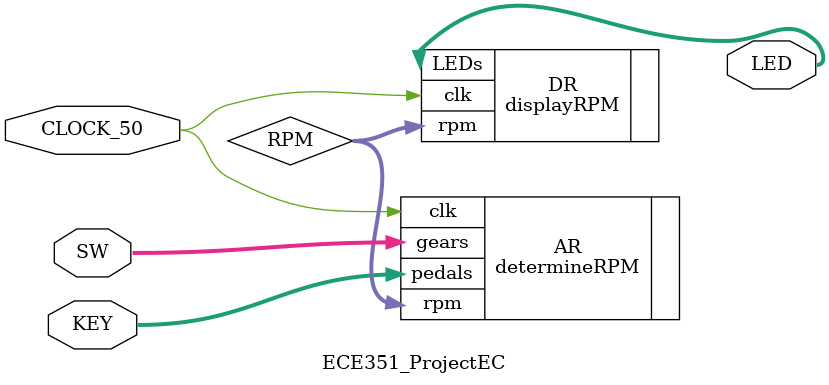
<source format=v>
/*************************************************************************/
//	ECE 351 EXTRA CREDIT PROJECT
/*************************************************************************/
// ECE351_ProjectEC.v - Top level module for test RPM display
//
// Author: Jeffrey Whissen
// Updated: 06/03/2013
//
//
//**Description**//
// - Top level program implements modules to perform other duties
// - Displays current level of RPM
// - Switches represent gears, gears determine speed of change in RPM
// - RPM is constantly trending towards zero representing friction
// - Buttons represent Accelerator and Brake pedals
//
//
// 
//
//
//**Inputs**//
//
//	clock50M			50MHz system clock
//	reset				reset asserted high
//	buttons				buttons for acceleration and deceleration
//	switches			switches for gear mode
//
//
//**Outputs**//
//
//	LEDs				LED show current RPM
//
//


module ECE351_ProjectEC (
	input			CLOCK_50,		//50mhz clock
	input	[1:0]	KEY,			//buttons for acceleration and deceleration
	input	[3:0]	SW,				//switches for gear mode
	output	[7:0]	LED				//LED show current RPM
);


wire [31:0] RPM;			//connects RPM between modules

//instantiate RPM display code
displayRPM DR (
	.clk(CLOCK_50),				
	.rpm(RPM[31:0]),		
	.LEDs(LED[7:0])			//LED show current RPM
);

//instantiate RPM determination code
determineRPM AR (
	.clk(CLOCK_50),
	.gears(SW[3:0]),
	.pedals(KEY[1:0]),
	.rpm(RPM[31:0])
);



endmodule


	
	
	
	
	

</source>
